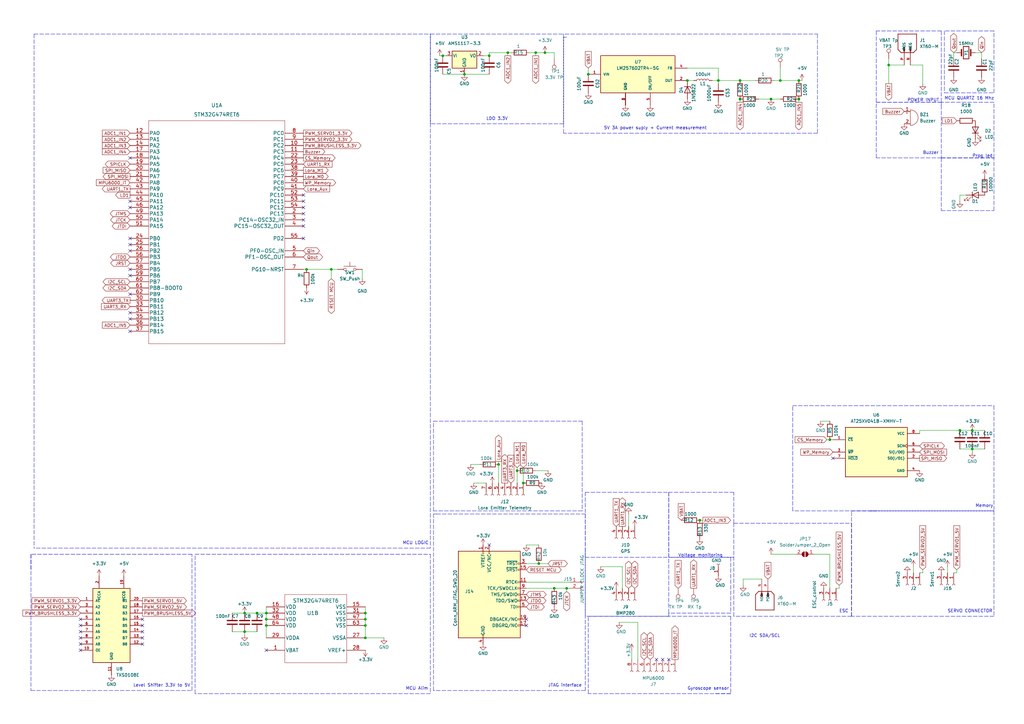
<source format=kicad_sch>
(kicad_sch (version 20211123) (generator eeschema)
  (paper "A3")
  (lib_symbols
    (symbol "Connector:Conn_01x01_Female" (pin_names (offset 1.016) hide)
      (property "Reference" "J" (at 0 2.54 0))
      (property "Value" "Conn_01x01_Female" (at 0 -2.54 0))
      (symbol "Conn_01x01_Female_1_1"
        (pin passive line (at -5.08 0 0) (length 3.81) (name "Pin_1") (number "1"))
      )
    )
    (symbol "Connector:Conn_01x02_Female" (pin_names (offset 1.016) hide)
      (property "Reference" "J" (at 0 2.54 0))
      (property "Value" "Conn_01x02_Female" (at 0 -5.08 0))
      (symbol "Conn_01x02_Female_1_1"
        (pin passive line (at -5.08 0 0) (length 3.81) (name "Pin_1") (number "1"))
        (pin passive line (at -5.08 -2.54 0) (length 3.81) (name "Pin_2") (number "2"))
      )
    )
    (symbol "Connector:Conn_01x03_Female" (pin_names (offset 1.016) hide)
      (property "Reference" "J" (at 0 5.08 0))
      (property "Value" "Conn_01x03_Female" (at 0 -5.08 0))
      (symbol "Conn_01x03_Female_1_1"
        (pin passive line (at -5.08 2.54 0) (length 3.81) (name "Pin_1") (number "1"))
        (pin passive line (at -5.08 0 0) (length 3.81) (name "Pin_2") (number "2"))
        (pin passive line (at -5.08 -2.54 0) (length 3.81) (name "Pin_3") (number "3"))
      )
    )
    (symbol "Connector:Conn_01x04_Female" (pin_names (offset 1.016) hide)
      (property "Reference" "J" (at 0 5.08 0))
      (property "Value" "Conn_01x04_Female" (at 0 -7.62 0))
      (symbol "Conn_01x04_Female_1_1"
        (pin passive line (at -5.08 2.54 0) (length 3.81) (name "Pin_1") (number "1"))
        (pin passive line (at -5.08 0 0) (length 3.81) (name "Pin_2") (number "2"))
        (pin passive line (at -5.08 -2.54 0) (length 3.81) (name "Pin_3") (number "3"))
        (pin passive line (at -5.08 -5.08 0) (length 3.81) (name "Pin_4") (number "4"))
      )
    )
    (symbol "Connector:Conn_01x07_Female" (pin_names (offset 1.016) hide)
      (property "Reference" "J" (at 0 10.16 0))
      (property "Value" "Conn_01x07_Female" (at 0 -10.16 0))
      (symbol "Conn_01x07_Female_1_1"
        (pin passive line (at -5.08 7.62 0) (length 3.81) (name "Pin_1") (number "1"))
        (pin passive line (at -5.08 5.08 0) (length 3.81) (name "Pin_2") (number "2"))
        (pin passive line (at -5.08 2.54 0) (length 3.81) (name "Pin_3") (number "3"))
        (pin passive line (at -5.08 0 0) (length 3.81) (name "Pin_4") (number "4"))
        (pin passive line (at -5.08 -2.54 0) (length 3.81) (name "Pin_5") (number "5"))
        (pin passive line (at -5.08 -5.08 0) (length 3.81) (name "Pin_6") (number "6"))
        (pin passive line (at -5.08 -7.62 0) (length 3.81) (name "Pin_7") (number "7"))
      )
    )
    (symbol "Connector:Conn_01x08_Female" (pin_names (offset 1.016) hide)
      (property "Reference" "J" (at 0 10.16 0))
      (property "Value" "Conn_01x08_Female" (at 0 -12.7 0))
      (symbol "Conn_01x08_Female_1_1"
        (pin passive line (at -5.08 7.62 0) (length 3.81) (name "Pin_1") (number "1"))
        (pin passive line (at -5.08 5.08 0) (length 3.81) (name "Pin_2") (number "2"))
        (pin passive line (at -5.08 2.54 0) (length 3.81) (name "Pin_3") (number "3"))
        (pin passive line (at -5.08 0 0) (length 3.81) (name "Pin_4") (number "4"))
        (pin passive line (at -5.08 -2.54 0) (length 3.81) (name "Pin_5") (number "5"))
        (pin passive line (at -5.08 -5.08 0) (length 3.81) (name "Pin_6") (number "6"))
        (pin passive line (at -5.08 -7.62 0) (length 3.81) (name "Pin_7") (number "7"))
        (pin passive line (at -5.08 -10.16 0) (length 3.81) (name "Pin_8") (number "8"))
      )
    )
    (symbol "Connector:Conn_ARM_JTAG_SWD_20" (pin_names (offset 1.016))
      (property "Reference" "J" (at -5.08 21.59 0))
      (property "Value" "Conn_ARM_JTAG_SWD_20" (at -5.08 19.05 0))
      (symbol "Conn_ARM_JTAG_SWD_20_1_1"
        (pin power_in line (at -2.54 20.32 270) (length 2.54) (name "VTREF") (number "1"))
        (pin passive line (at -2.54 -20.32 90) (length 2.54) hide (name "GND") (number "10"))
        (pin input line (at 15.24 5.08 180) (length 2.54) (name "RTCK") (number "11"))
        (pin passive line (at -2.54 -20.32 90) (length 2.54) hide (name "GND") (number "12"))
        (pin input line (at 15.24 -2.54 180) (length 2.54) (name "TDO/SWO") (number "13"))
        (pin passive line (at -2.54 -20.32 90) (length 2.54) hide (name "GND") (number "14"))
        (pin bidirectional line (at 15.24 10.16 180) (length 2.54) (name "~{SRST}") (number "15"))
        (pin passive line (at -2.54 -20.32 90) (length 2.54) hide (name "GND") (number "16"))
        (pin output line (at 15.24 -12.7 180) (length 2.54) (name "DBGRQ/NC") (number "17"))
        (pin passive line (at -2.54 -20.32 90) (length 2.54) hide (name "GND") (number "18"))
        (pin input line (at 15.24 -10.16 180) (length 2.54) (name "DBGACK/NC") (number "19"))
        (pin power_in line (at 0 20.32 270) (length 2.54) (name "VCC/NC") (number "2"))
        (pin passive line (at -2.54 -20.32 90) (length 2.54) hide (name "GND") (number "20"))
        (pin output line (at 15.24 12.7 180) (length 2.54) (name "~{TRST}") (number "3"))
        (pin power_in line (at -2.54 -20.32 90) (length 2.54) (name "GND") (number "4"))
        (pin output line (at 15.24 -5.08 180) (length 2.54) (name "TDI") (number "5"))
        (pin passive line (at -2.54 -20.32 90) (length 2.54) hide (name "GND") (number "6"))
        (pin output line (at 15.24 0 180) (length 2.54) (name "TMS/SWDIO") (number "7"))
        (pin passive line (at -2.54 -20.32 90) (length 2.54) hide (name "GND") (number "8"))
        (pin output line (at 15.24 2.54 180) (length 2.54) (name "TCK/SWDCLK") (number "9"))
      )
    )
    (symbol "Connector:TestPoint" (pin_numbers hide) (pin_names (offset 0.762) hide)
      (property "Reference" "TP" (at 0 6.858 0))
      (property "Value" "TestPoint" (at 0 5.08 0))
      (symbol "TestPoint_1_1"
        (pin passive line (at 0 0 90) (length 2.54) (name "1") (number "1"))
      )
    )
    (symbol "Device:Buzzer" (pin_names (offset 0.0254) hide)
      (property "Reference" "BZ" (at 3.81 1.27 0))
      (property "Value" "Buzzer" (at 3.81 -1.27 0))
      (symbol "Buzzer_1_1"
        (pin passive line (at -2.54 2.54 0) (length 2.54) (name "-") (number "1"))
        (pin passive line (at -2.54 -2.54 0) (length 2.54) (name "+") (number "2"))
      )
    )
    (symbol "Device:C" (pin_numbers hide) (pin_names (offset 0.254))
      (property "Reference" "C" (at 0.635 2.54 0))
      (property "Value" "C" (at 0.635 -2.54 0))
      (symbol "C_1_1"
        (pin passive line (at 0 3.81 270) (length 2.794) (name "~") (number "1"))
        (pin passive line (at 0 -3.81 90) (length 2.794) (name "~") (number "2"))
      )
    )
    (symbol "Device:Crystal" (pin_numbers hide) (pin_names (offset 1.016) hide)
      (property "Reference" "Y" (at 0 3.81 0))
      (property "Value" "Crystal" (at 0 -3.81 0))
      (symbol "Crystal_1_1"
        (pin passive line (at -3.81 0 0) (length 1.27) (name "1") (number "1"))
        (pin passive line (at 3.81 0 180) (length 1.27) (name "2") (number "2"))
      )
    )
    (symbol "Device:D_Zener" (pin_numbers hide) (pin_names (offset 1.016) hide)
      (property "Reference" "D" (at 0 2.54 0))
      (property "Value" "D_Zener" (at 0 -2.54 0))
      (symbol "D_Zener_1_1"
        (pin passive line (at -3.81 0 0) (length 2.54) (name "K") (number "1"))
        (pin passive line (at 3.81 0 180) (length 2.54) (name "A") (number "2"))
      )
    )
    (symbol "Device:L" (pin_numbers hide) (pin_names (offset 1.016) hide)
      (property "Reference" "L" (at -1.27 0 90))
      (property "Value" "L" (at 1.905 0 90))
      (symbol "L_1_1"
        (pin passive line (at 0 3.81 270) (length 1.27) (name "1") (number "1"))
        (pin passive line (at 0 -3.81 90) (length 1.27) (name "2") (number "2"))
      )
    )
    (symbol "Device:LED" (pin_numbers hide) (pin_names (offset 1.016) hide)
      (property "Reference" "D" (at 0 2.54 0))
      (property "Value" "LED" (at 0 -2.54 0))
      (symbol "LED_1_1"
        (pin passive line (at -3.81 0 0) (length 2.54) (name "K") (number "1"))
        (pin passive line (at 3.81 0 180) (length 2.54) (name "A") (number "2"))
      )
    )
    (symbol "Device:R" (pin_numbers hide) (pin_names (offset 0))
      (property "Reference" "R" (at 2.032 0 90))
      (property "Value" "R" (at 0 0 90))
      (symbol "R_1_1"
        (pin passive line (at 0 3.81 270) (length 1.27) (name "~") (number "1"))
        (pin passive line (at 0 -3.81 90) (length 1.27) (name "~") (number "2"))
      )
    )
    (symbol "Jumper:SolderJumper_2_Open" (pin_names (offset 0) hide)
      (property "Reference" "JP" (at 0 2.032 0))
      (property "Value" "SolderJumper_2_Open" (at 0 -2.54 0))
      (symbol "SolderJumper_2_Open_1_1"
        (pin passive line (at -3.81 0 0) (length 2.54) (name "A") (number "1"))
        (pin passive line (at 3.81 0 180) (length 2.54) (name "B") (number "2"))
      )
    )
    (symbol "LibPerso:AT25XV041B-XMHV-T" (pin_names (offset 1.016))
      (property "Reference" "U" (at -12.7 11.43 0))
      (property "Value" "AT25XV041B-XMHV-T" (at -12.7 -12.7 0))
      (symbol "AT25XV041B-XMHV-T_0_0"
        (pin input line (at -17.78 5.08 0) (length 5.08) (name "~{CS}") (number "1"))
        (pin bidirectional line (at 17.78 -2.54 180) (length 5.08) (name "SO(I/O1)") (number "2"))
        (pin input line (at -17.78 0 0) (length 5.08) (name "~{WP}") (number "3"))
        (pin power_in line (at 17.78 -7.62 180) (length 5.08) (name "GND") (number "4"))
        (pin bidirectional line (at 17.78 0 180) (length 5.08) (name "SI(I/O0)") (number "5"))
        (pin input clock (at 17.78 2.54 180) (length 5.08) (name "SCK") (number "6"))
        (pin input line (at -17.78 -2.54 0) (length 5.08) (name "~{HOLD}") (number "7"))
        (pin power_in line (at 17.78 7.62 180) (length 5.08) (name "VCC") (number "8"))
      )
    )
    (symbol "LibPerso:LM2576D2TR4-5G" (pin_names (offset 1.016))
      (property "Reference" "U" (at -2.54 -3.81 0))
      (property "Value" "LM2576D2TR4-5G" (at -7.62 3.81 0))
      (symbol "LM2576D2TR4-5G_0_0"
        (pin input line (at -20.32 0 0) (length 5.08) (name "VIN") (number "1"))
        (pin output line (at 20.32 -2.54 180) (length 5.08) (name "OUT") (number "2"))
        (pin passive line (at -5.08 -12.7 90) (length 5.08) (name "GND") (number "3"))
        (pin output line (at 20.32 2.54 180) (length 5.08) (name "FB") (number "4"))
        (pin input line (at 5.08 -12.7 90) (length 5.08) (name "ON/OFF") (number "5"))
        (pin passive line (at -5.08 -12.7 90) (length 5.08) (name "GND") (number "6"))
      )
    )
    (symbol "LibPerso:STM32G474RET6" (pin_names (offset 0.254))
      (property "Reference" "U" (at 35.56 10.16 0))
      (property "Value" "STM32G474RET6" (at 35.56 7.62 0))
      (symbol "STM32G474RET6_1_1"
        (pin bidirectional line (at 71.12 -5.08 180) (length 7.62) (name "PC2") (number "10"))
        (pin bidirectional line (at 71.12 -7.62 180) (length 7.62) (name "PC3") (number "11"))
        (pin bidirectional line (at 0 0 0) (length 7.62) (name "PA0") (number "12"))
        (pin bidirectional line (at 0 -2.54 0) (length 7.62) (name "PA1") (number "13"))
        (pin bidirectional line (at 0 -5.08 0) (length 7.62) (name "PA2") (number "14"))
        (pin bidirectional line (at 0 -7.62 0) (length 7.62) (name "PA3") (number "17"))
        (pin bidirectional line (at 0 -10.16 0) (length 7.62) (name "PA4") (number "18"))
        (pin bidirectional line (at 0 -12.7 0) (length 7.62) (name "PA5") (number "19"))
        (pin bidirectional line (at 71.12 -33.02 180) (length 7.62) (name "PC13") (number "2"))
        (pin bidirectional line (at 0 -15.24 0) (length 7.62) (name "PA6") (number "20"))
        (pin bidirectional line (at 0 -17.78 0) (length 7.62) (name "PA7") (number "21"))
        (pin bidirectional line (at 71.12 -10.16 180) (length 7.62) (name "PC4") (number "22"))
        (pin bidirectional line (at 71.12 -12.7 180) (length 7.62) (name "PC5") (number "23"))
        (pin bidirectional line (at 0 -43.18 0) (length 7.62) (name "PB0") (number "24"))
        (pin bidirectional line (at 0 -45.72 0) (length 7.62) (name "PB1") (number "25"))
        (pin bidirectional line (at 0 -48.26 0) (length 7.62) (name "PB2") (number "26"))
        (pin bidirectional line (at 71.12 -35.56 180) (length 7.62) (name "PC14-OSC32_IN") (number "3"))
        (pin bidirectional line (at 0 -68.58 0) (length 7.62) (name "PB10") (number "30"))
        (pin bidirectional line (at 0 -71.12 0) (length 7.62) (name "PB11") (number "33"))
        (pin bidirectional line (at 0 -73.66 0) (length 7.62) (name "PB12") (number "34"))
        (pin bidirectional line (at 0 -76.2 0) (length 7.62) (name "PB13") (number "35"))
        (pin bidirectional line (at 0 -78.74 0) (length 7.62) (name "PB14") (number "36"))
        (pin bidirectional line (at 0 -81.28 0) (length 7.62) (name "PB15") (number "37"))
        (pin bidirectional line (at 71.12 -15.24 180) (length 7.62) (name "PC6") (number "38"))
        (pin bidirectional line (at 71.12 -17.78 180) (length 7.62) (name "PC7") (number "39"))
        (pin bidirectional line (at 71.12 -38.1 180) (length 7.62) (name "PC15-OSC32_OUT") (number "4"))
        (pin bidirectional line (at 71.12 -20.32 180) (length 7.62) (name "PC8") (number "40"))
        (pin bidirectional line (at 71.12 -22.86 180) (length 7.62) (name "PC9") (number "41"))
        (pin bidirectional line (at 0 -20.32 0) (length 7.62) (name "PA8") (number "42"))
        (pin bidirectional line (at 0 -22.86 0) (length 7.62) (name "PA9") (number "43"))
        (pin bidirectional line (at 0 -25.4 0) (length 7.62) (name "PA10") (number "44"))
        (pin bidirectional line (at 0 -27.94 0) (length 7.62) (name "PA11") (number "45"))
        (pin bidirectional line (at 0 -30.48 0) (length 7.62) (name "PA12") (number "46"))
        (pin bidirectional line (at 0 -33.02 0) (length 7.62) (name "PA13") (number "49"))
        (pin bidirectional line (at 71.12 -48.26 180) (length 7.62) (name "PF0-OSC_IN") (number "5"))
        (pin bidirectional line (at 0 -35.56 0) (length 7.62) (name "PA14") (number "50"))
        (pin bidirectional line (at 0 -38.1 0) (length 7.62) (name "PA15") (number "51"))
        (pin bidirectional line (at 71.12 -25.4 180) (length 7.62) (name "PC10") (number "52"))
        (pin bidirectional line (at 71.12 -27.94 180) (length 7.62) (name "PC11") (number "53"))
        (pin bidirectional line (at 71.12 -30.48 180) (length 7.62) (name "PC12") (number "54"))
        (pin bidirectional line (at 71.12 -43.18 180) (length 7.62) (name "PD2") (number "55"))
        (pin bidirectional line (at 0 -50.8 0) (length 7.62) (name "PB3") (number "56"))
        (pin bidirectional line (at 0 -53.34 0) (length 7.62) (name "PB4") (number "57"))
        (pin bidirectional line (at 0 -55.88 0) (length 7.62) (name "PB5") (number "58"))
        (pin bidirectional line (at 0 -58.42 0) (length 7.62) (name "PB6") (number "59"))
        (pin bidirectional line (at 71.12 -50.8 180) (length 7.62) (name "PF1-OSC_OUT") (number "6"))
        (pin bidirectional line (at 0 -60.96 0) (length 7.62) (name "PB7") (number "60"))
        (pin bidirectional line (at 0 -63.5 0) (length 7.62) (name "PB8-BOOT0") (number "61"))
        (pin bidirectional line (at 0 -66.04 0) (length 7.62) (name "PB9") (number "62"))
        (pin bidirectional line (at 71.12 -55.88 180) (length 7.62) (name "PG10-NRST") (number "7"))
        (pin bidirectional line (at 71.12 0 180) (length 7.62) (name "PC0") (number "8"))
        (pin bidirectional line (at 71.12 -2.54 180) (length 7.62) (name "PC1") (number "9"))
      )
      (symbol "STM32G474RET6_2_1"
        (pin power_in line (at 0 -17.78 0) (length 7.62) (name "VBAT") (number "1"))
        (pin power_in line (at 40.64 0 180) (length 7.62) (name "VSS") (number "15"))
        (pin power_in line (at 0 0 0) (length 7.62) (name "VDD") (number "16"))
        (pin power_in line (at 40.64 -12.7 180) (length 7.62) (name "VSSA") (number "27"))
        (pin power_in line (at 40.64 -17.78 180) (length 7.62) (name "VREF+") (number "28"))
        (pin power_in line (at 0 -12.7 0) (length 7.62) (name "VDDA") (number "29"))
        (pin power_in line (at 40.64 -2.54 180) (length 7.62) (name "VSS") (number "31"))
        (pin power_in line (at 0 -2.54 0) (length 7.62) (name "VDD") (number "32"))
        (pin power_in line (at 40.64 -5.08 180) (length 7.62) (name "VSS") (number "47"))
        (pin power_in line (at 0 -5.08 0) (length 7.62) (name "VDD") (number "48"))
        (pin power_in line (at 40.64 -7.62 180) (length 7.62) (name "VSS") (number "63"))
        (pin power_in line (at 0 -7.62 0) (length 7.62) (name "VDD") (number "64"))
      )
    )
    (symbol "LibPerso:TXS0108E" (pin_names (offset 1.016))
      (property "Reference" "U" (at 0 0 0))
      (property "Value" "TXS0108E" (at 0 0 0))
      (symbol "TXS0108E_0_0"
        (pin bidirectional line (at -12.7 12.7 0) (length 5.08) (name "A1") (number "1"))
        (pin bidirectional line (at -12.7 -7.62 0) (length 5.08) (name "OE") (number "10"))
        (pin bidirectional line (at 0 -17.78 90) (length 5.08) (name "GND") (number "11"))
        (pin bidirectional line (at 12.7 -5.08 180) (length 5.08) (name "B8") (number "12"))
        (pin bidirectional line (at 12.7 -2.54 180) (length 5.08) (name "B7") (number "13"))
        (pin bidirectional line (at 12.7 0 180) (length 5.08) (name "B6") (number "14"))
        (pin bidirectional line (at 12.7 2.54 180) (length 5.08) (name "B5") (number "15"))
        (pin bidirectional line (at 12.7 5.08 180) (length 5.08) (name "B4") (number "16"))
        (pin bidirectional line (at 12.7 7.62 180) (length 5.08) (name "B3") (number "17"))
        (pin bidirectional line (at 12.7 10.16 180) (length 5.08) (name "B2") (number "18"))
        (pin bidirectional line (at 5.08 22.86 270) (length 5.08) (name "VCCB") (number "19"))
        (pin bidirectional line (at -5.08 22.86 270) (length 5.08) (name "VCCA") (number "2"))
        (pin bidirectional line (at 12.7 12.7 180) (length 5.08) (name "B1") (number "20"))
        (pin bidirectional line (at -12.7 10.16 0) (length 5.08) (name "A2") (number "3"))
        (pin bidirectional line (at -12.7 7.62 0) (length 5.08) (name "A3") (number "4"))
        (pin bidirectional line (at -12.7 5.08 0) (length 5.08) (name "A4") (number "5"))
        (pin bidirectional line (at -12.7 2.54 0) (length 5.08) (name "A5") (number "6"))
        (pin bidirectional line (at -12.7 0 0) (length 5.08) (name "A6") (number "7"))
        (pin bidirectional line (at -12.7 -2.54 0) (length 5.08) (name "A7") (number "8"))
        (pin bidirectional line (at -12.7 -5.08 0) (length 5.08) (name "A8") (number "9"))
      )
    )
    (symbol "LibPerso:XT60-M" (pin_names (offset 1.016))
      (property "Reference" "J" (at 0 6.35 0))
      (property "Value" "XT60-M" (at 0 -5.08 0))
      (symbol "XT60-M_0_0"
        (pin passive line (at -5.08 0 0) (length 5.08) (name "NEG") (number "N"))
        (pin passive line (at -5.08 2.54 0) (length 5.08) (name "POS") (number "P"))
      )
    )
    (symbol "Regulator_Linear:AMS1117-3.3" (pin_names (offset 0.254))
      (property "Reference" "U" (at -3.81 3.175 0))
      (property "Value" "AMS1117-3.3" (at 0 3.175 0))
      (symbol "AMS1117-3.3_1_1"
        (pin power_in line (at 0 -7.62 90) (length 2.54) (name "GND") (number "1"))
        (pin power_out line (at 7.62 0 180) (length 2.54) (name "VO") (number "2"))
        (pin power_in line (at -7.62 0 0) (length 2.54) (name "VI") (number "3"))
      )
    )
    (symbol "Switch:SW_Push" (pin_numbers hide) (pin_names (offset 1.016) hide)
      (property "Reference" "SW" (at 1.27 2.54 0))
      (property "Value" "SW_Push" (at 0 -1.524 0))
      (symbol "SW_Push_0_1"
        (pin passive line (at -5.08 0 0) (length 2.54) (name "1") (number "1"))
        (pin passive line (at 5.08 0 180) (length 2.54) (name "2") (number "2"))
      )
    )
    (symbol "power:+3.3V" (power) (pin_names (offset 0))
      (property "Value" "+3.3V" (at 0 3.556 0))
      (symbol "+3.3V_1_1"
        (pin power_in line (at 0 0 90) (length 0) hide (name "+3.3V") (number "1"))
      )
    )
    (symbol "power:+5V" (power) (pin_names (offset 0))
      (property "Value" "+5V" (at 0 3.556 0))
      (symbol "+5V_1_1"
        (pin power_in line (at 0 0 90) (length 0) hide (name "+5V") (number "1"))
      )
    )
    (symbol "power:GND" (power) (pin_names (offset 0))
      (property "Value" "GND" (at 0 -3.81 0))
      (symbol "GND_1_1"
        (pin power_in line (at 0 0 270) (length 0) hide (name "GND") (number "1"))
      )
    )
  )
  (junction (at 223.52 21.59))
  (junction (at 135.89 110.49))
  (junction (at 181.61 22.86))
  (junction (at 393.7 176.53))
  (junction (at 109.22 251.46))
  (junction (at 320.04 33.02))
  (junction (at 281.94 33.02))
  (junction (at 190.5 30.48))
  (junction (at 219.71 21.59))
  (junction (at 303.53 40.64))
  (junction (at 232.41 241.3))
  (junction (at 294.64 33.02))
  (junction (at 200.66 22.86))
  (junction (at 204.47 190.5))
  (junction (at 316.23 40.64))
  (junction (at 364.49 26.67))
  (junction (at 109.22 254))
  (junction (at 340.36 180.34))
  (junction (at 105.41 251.46))
  (junction (at 149.86 256.54))
  (junction (at 398.78 176.53))
  (junction (at 327.66 40.64))
  (junction (at 100.33 251.46))
  (junction (at 303.53 33.02))
  (junction (at 149.86 251.46))
  (junction (at 287.02 213.36))
  (junction (at 220.98 231.14))
  (junction (at 398.78 184.15))
  (junction (at 149.86 254))
  (junction (at 100.33 259.08))
  (junction (at 125.73 110.49))
  (junction (at 149.86 261.62))
  (junction (at 212.09 193.04))
  (junction (at 227.33 241.3))
  (junction (at 327.66 33.02))
  (junction (at 241.3 30.48))
  (junction (at 214.63 198.12))
  (junction (at 208.28 21.59))
  (junction (at 109.22 256.54))
  (no_connect (at 269.24 270.51))
  (no_connect (at 58.42 254))
  (no_connect (at 53.34 113.03))
  (no_connect (at 124.46 82.55))
  (no_connect (at 271.78 270.51))
  (no_connect (at 124.46 90.17))
  (no_connect (at 53.34 85.09))
  (no_connect (at 53.34 128.27))
  (no_connect (at 33.02 254))
  (no_connect (at 200.66 223.52))
  (no_connect (at 53.34 97.79))
  (no_connect (at 53.34 102.87))
  (no_connect (at 53.34 100.33))
  (no_connect (at 33.02 264.16))
  (no_connect (at 215.9 254))
  (no_connect (at 53.34 130.81))
  (no_connect (at 53.34 120.65))
  (no_connect (at 33.02 256.54))
  (no_connect (at 53.34 82.55))
  (no_connect (at 53.34 110.49))
  (no_connect (at 33.02 259.08))
  (no_connect (at 33.02 266.7))
  (no_connect (at 53.34 64.77))
  (no_connect (at 274.32 270.51))
  (no_connect (at 33.02 261.62))
  (no_connect (at 124.46 97.79))
  (no_connect (at 124.46 80.01))
  (no_connect (at 124.46 87.63))
  (no_connect (at 58.42 264.16))
  (no_connect (at 58.42 261.62))
  (no_connect (at 109.22 266.7))
  (no_connect (at 215.9 256.54))
  (no_connect (at 58.42 256.54))
  (no_connect (at 124.46 92.71))
  (no_connect (at 124.46 85.09))
  (no_connect (at 341.63 187.96))
  (no_connect (at 58.42 259.08))
  (no_connect (at 53.34 135.89))
  (wire (pts (xy 220.98 231.14) (xy 224.79 231.14)))
  (polyline (pts (xy 238.76 209.55) (xy 177.8 209.55)))
  (wire (pts (xy 100.33 259.08) (xy 100.33 260.35)))
  (wire (pts (xy 398.78 184.15) (xy 398.78 185.42)))
  (wire (pts (xy 257.81 210.82) (xy 257.81 215.9)))
  (polyline (pts (xy 176.53 224.79) (xy 13.97 224.79)))
  (polyline (pts (xy 300.99 252.73) (xy 300.99 214.63)))
  (wire (pts (xy 208.28 21.59) (xy 200.66 21.59)))
  (wire (pts (xy 340.36 227.33) (xy 340.36 241.3)))
  (wire (pts (xy 340.36 180.34) (xy 341.63 180.34)))
  (polyline (pts (xy 176.53 13.97) (xy 231.14 13.97)))
  (polyline (pts (xy 238.76 172.72) (xy 238.76 209.55)))
  (polyline (pts (xy 80.01 284.48) (xy 80.01 227.33)))
  (wire (pts (xy 198.12 22.86) (xy 200.66 22.86)))
  (polyline (pts (xy 386.08 64.77) (xy 386.08 86.36)))
  (polyline (pts (xy 359.41 12.7) (xy 359.41 41.91)))
  (wire (pts (xy 311.15 40.64) (xy 316.23 40.64)))
  (wire (pts (xy 190.5 30.48) (xy 200.66 30.48)))
  (polyline (pts (xy 349.25 214.63) (xy 349.25 252.73)))
  (polyline (pts (xy 78.74 283.21) (xy 78.74 227.33)))
  (wire (pts (xy 391.16 234.95) (xy 392.43 234.95)))
  (wire (pts (xy 392.43 234.95) (xy 392.43 233.68)))
  (wire (pts (xy 373.38 26.67) (xy 378.46 26.67)))
  (wire (pts (xy 148.59 110.49) (xy 148.59 114.3)))
  (wire (pts (xy 364.49 24.13) (xy 364.49 26.67)))
  (wire (pts (xy 194.31 198.12) (xy 199.39 198.12)))
  (polyline (pts (xy 386.08 86.36) (xy 407.67 86.36)))
  (wire (pts (xy 254 255.27) (xy 261.62 255.27)))
  (wire (pts (xy 109.22 248.92) (xy 109.22 251.46)))
  (polyline (pts (xy 299.72 228.6) (xy 299.72 251.46)))
  (polyline (pts (xy 274.32 201.93) (xy 274.32 228.6)))
  (wire (pts (xy 292.1 33.02) (xy 294.64 33.02)))
  (polyline (pts (xy 386.08 64.77) (xy 407.67 64.77)))
  (wire (pts (xy 232.41 241.3) (xy 233.68 241.3)))
  (polyline (pts (xy 241.3 284.48) (xy 241.3 252.73)))
  (wire (pts (xy 181.61 30.48) (xy 190.5 30.48)))
  (polyline (pts (xy 386.08 64.77) (xy 359.41 64.77)))
  (polyline (pts (xy 176.53 227.33) (xy 176.53 284.48)))
  (wire (pts (xy 149.86 254) (xy 149.86 256.54)))
  (wire (pts (xy 109.22 251.46) (xy 109.22 254)))
  (wire (pts (xy 303.53 40.64) (xy 303.53 41.91)))
  (wire (pts (xy 378.46 234.95) (xy 378.46 233.68)))
  (polyline (pts (xy 359.41 64.77) (xy 359.41 41.91)))
  (wire (pts (xy 393.7 176.53) (xy 398.78 176.53)))
  (wire (pts (xy 193.04 190.5) (xy 196.85 190.5)))
  (wire (pts (xy 316.23 227.33) (xy 326.39 227.33)))
  (polyline (pts (xy 386.08 41.91) (xy 386.08 43.18)))
  (wire (pts (xy 294.64 33.02) (xy 303.53 33.02)))
  (polyline (pts (xy 407.67 86.36) (xy 407.67 64.77)))
  (wire (pts (xy 398.78 176.53) (xy 403.86 176.53)))
  (polyline (pts (xy 335.28 13.97) (xy 335.28 54.61)))
  (polyline (pts (xy 299.72 284.48) (xy 241.3 284.48)))
  (wire (pts (xy 339.09 180.34) (xy 340.36 180.34)))
  (polyline (pts (xy 299.72 251.46) (xy 274.32 251.46)))
  (polyline (pts (xy 240.03 283.21) (xy 177.8 283.21)))
  (wire (pts (xy 261.62 255.27) (xy 261.62 270.51)))
  (polyline (pts (xy 177.8 209.55) (xy 177.8 172.72)))
  (polyline (pts (xy 359.41 41.91) (xy 386.08 41.91)))
  (wire (pts (xy 393.7 184.15) (xy 398.78 184.15)))
  (polyline (pts (xy 12.7 283.21) (xy 78.74 283.21)))
  (wire (pts (xy 215.9 241.3) (xy 227.33 241.3)))
  (wire (pts (xy 287.02 213.36) (xy 288.29 213.36)))
  (polyline (pts (xy 299.72 228.6) (xy 274.32 228.6)))
  (wire (pts (xy 180.34 22.86) (xy 181.61 22.86)))
  (polyline (pts (xy 78.74 227.33) (xy 12.7 227.33)))
  (wire (pts (xy 181.61 22.86) (xy 182.88 22.86)))
  (polyline (pts (xy 386.08 43.18) (xy 386.08 64.77)))
  (wire (pts (xy 125.73 110.49) (xy 135.89 110.49)))
  (polyline (pts (xy 407.67 209.55) (xy 325.12 209.55)))
  (wire (pts (xy 208.28 21.59) (xy 208.28 22.86)))
  (wire (pts (xy 402.59 21.59) (xy 402.59 24.13)))
  (wire (pts (xy 392.43 21.59) (xy 391.16 21.59)))
  (wire (pts (xy 149.86 248.92) (xy 149.86 251.46)))
  (polyline (pts (xy 349.25 252.73) (xy 349.25 209.55)))
  (wire (pts (xy 378.46 26.67) (xy 378.46 34.29)))
  (polyline (pts (xy 231.14 15.24) (xy 231.14 50.8)))
  (wire (pts (xy 377.19 234.95) (xy 378.46 234.95)))
  (polyline (pts (xy 407.67 12.7) (xy 387.35 12.7)))
  (wire (pts (xy 327.66 40.64) (xy 327.66 41.91)))
  (polyline (pts (xy 299.72 284.48) (xy 293.37 284.48)))
  (polyline (pts (xy 322.58 13.97) (xy 335.28 13.97)))
  (polyline (pts (xy 177.8 172.72) (xy 238.76 172.72)))
  (wire (pts (xy 100.33 251.46) (xy 105.41 251.46)))
  (wire (pts (xy 396.24 80.01) (xy 393.7 80.01)))
  (wire (pts (xy 124.46 110.49) (xy 125.73 110.49)))
  (polyline (pts (xy 349.25 209.55) (xy 359.41 209.55)))
  (wire (pts (xy 336.55 172.72) (xy 340.36 172.72)))
  (polyline (pts (xy 386.08 64.77) (xy 407.67 64.77)))
  (polyline (pts (xy 349.25 252.73) (xy 300.99 252.73)))
  (wire (pts (xy 344.17 240.03) (xy 344.17 241.3)))
  (polyline (pts (xy 176.53 13.97) (xy 176.53 224.79)))
  (polyline (pts (xy 240.03 201.93) (xy 274.32 201.93)))
  (wire (pts (xy 149.86 251.46) (xy 149.86 254)))
  (polyline (pts (xy 13.97 13.97) (xy 176.53 13.97)))
  (wire (pts (xy 109.22 254) (xy 109.22 256.54)))
  (wire (pts (xy 149.86 261.62) (xy 157.48 261.62)))
  (polyline (pts (xy 240.03 210.82) (xy 240.03 283.21)))
  (polyline (pts (xy 386.08 12.7) (xy 386.08 41.91)))
  (polyline (pts (xy 274.32 251.46) (xy 274.32 252.73)))
  (wire (pts (xy 400.05 21.59) (xy 402.59 21.59)))
  (wire (pts (xy 241.3 27.94) (xy 241.3 30.48)))
  (wire (pts (xy 388.62 232.41) (xy 388.62 234.95)))
  (wire (pts (xy 374.65 232.41) (xy 374.65 234.95)))
  (wire (pts (xy 95.25 251.46) (xy 100.33 251.46)))
  (polyline (pts (xy 325.12 209.55) (xy 325.12 166.37)))
  (wire (pts (xy 393.7 176.53) (xy 377.19 176.53)))
  (polyline (pts (xy 176.53 50.8) (xy 176.53 13.97)))
  (polyline (pts (xy 300.99 201.93) (xy 274.32 201.93)))
  (polyline (pts (xy 177.8 210.82) (xy 179.07 210.82)))
  (polyline (pts (xy 322.58 13.97) (xy 231.14 13.97)))
  (wire (pts (xy 294.64 27.94) (xy 294.64 33.02)))
  (wire (pts (xy 377.19 176.53) (xy 377.19 177.8)))
  (polyline (pts (xy 407.67 252.73) (xy 349.25 252.73)))
  (wire (pts (xy 281.94 33.02) (xy 284.48 33.02)))
  (polyline (pts (xy 179.07 210.82) (xy 240.03 210.82)))
  (wire (pts (xy 317.5 33.02) (xy 320.04 33.02)))
  (wire (pts (xy 227.33 241.3) (xy 232.41 241.3)))
  (polyline (pts (xy 300.99 214.63) (xy 300.99 201.93)))
  (wire (pts (xy 219.71 21.59) (xy 223.52 21.59)))
  (wire (pts (xy 212.09 191.77) (xy 212.09 193.04)))
  (wire (pts (xy 215.9 223.52) (xy 220.98 223.52)))
  (wire (pts (xy 344.17 241.3) (xy 342.9 241.3)))
  (polyline (pts (xy 240.03 252.73) (xy 240.03 224.79)))
  (wire (pts (xy 334.01 227.33) (xy 340.36 227.33)))
  (polyline (pts (xy 12.7 227.33) (xy 12.7 283.21)))
  (wire (pts (xy 109.22 256.54) (xy 109.22 261.62)))
  (wire (pts (xy 105.41 251.46) (xy 109.22 251.46)))
  (wire (pts (xy 327.66 33.02) (xy 328.93 33.02)))
  (wire (pts (xy 200.66 21.59) (xy 200.66 22.86)))
  (wire (pts (xy 259.08 266.7) (xy 259.08 270.51)))
  (wire (pts (xy 217.17 21.59) (xy 219.71 21.59)))
  (polyline (pts (xy 80.01 227.33) (xy 176.53 227.33)))
  (polyline (pts (xy 299.72 228.6) (xy 300.99 228.6)))
  (wire (pts (xy 320.04 27.94) (xy 320.04 33.02)))
  (polyline (pts (xy 13.97 13.97) (xy 13.97 224.79)))
  (polyline (pts (xy 299.72 252.73) (xy 299.72 284.48)))
  (polyline (pts (xy 274.32 228.6) (xy 299.72 228.6)))
  (wire (pts (xy 95.25 259.08) (xy 100.33 259.08)))
  (polyline (pts (xy 176.53 284.48) (xy 80.01 284.48)))
  (wire (pts (xy 312.42 237.49) (xy 304.8 237.49)))
  (polyline (pts (xy 335.28 54.61) (xy 231.14 54.61)))
  (wire (pts (xy 215.9 231.14) (xy 220.98 231.14)))
  (wire (pts (xy 223.52 21.59) (xy 227.33 21.59)))
  (wire (pts (xy 204.47 190.5) (xy 204.47 198.12)))
  (polyline (pts (xy 231.14 13.97) (xy 231.14 15.24)))
  (polyline (pts (xy 407.67 64.77) (xy 407.67 41.91)))
  (polyline (pts (xy 241.3 252.73) (xy 299.72 252.73)))
  (polyline (pts (xy 231.14 15.24) (xy 232.41 15.24)))
  (polyline (pts (xy 325.12 166.37) (xy 407.67 166.37)))
  (wire (pts (xy 316.23 40.64) (xy 320.04 40.64)))
  (wire (pts (xy 304.8 237.49) (xy 304.8 240.03)))
  (wire (pts (xy 219.71 21.59) (xy 219.71 22.86)))
  (polyline (pts (xy 356.87 209.55) (xy 407.67 209.55)))
  (wire (pts (xy 320.04 33.02) (xy 327.66 33.02)))
  (wire (pts (xy 214.63 191.77) (xy 214.63 198.12)))
  (polyline (pts (xy 12.7 227.33) (xy 12.7 233.68)))
  (polyline (pts (xy 407.67 209.55) (xy 407.67 252.73)))
  (polyline (pts (xy 177.8 283.21) (xy 177.8 210.82)))
  (wire (pts (xy 219.71 193.04) (xy 224.79 193.04)))
  (wire (pts (xy 212.09 193.04) (xy 212.09 198.12)))
  (polyline (pts (xy 274.32 252.73) (xy 240.03 252.73)))
  (polyline (pts (xy 386.08 12.7) (xy 359.41 12.7)))
  (wire (pts (xy 204.47 189.23) (xy 204.47 190.5)))
  (polyline (pts (xy 231.14 50.8) (xy 176.53 50.8)))
  (wire (pts (xy 391.16 21.59) (xy 391.16 24.13)))
  (polyline (pts (xy 240.03 228.6) (xy 274.32 228.6)))
  (wire (pts (xy 255.27 232.41) (xy 255.27 241.3)))
  (wire (pts (xy 149.86 256.54) (xy 149.86 261.62)))
  (wire (pts (xy 232.41 241.3) (xy 232.41 242.57)))
  (wire (pts (xy 364.49 26.67) (xy 364.49 34.29)))
  (polyline (pts (xy 407.67 41.91) (xy 386.08 41.91)))
  (wire (pts (xy 215.9 238.76) (xy 233.68 238.76)))
  (wire (pts (xy 303.53 33.02) (xy 309.88 33.02)))
  (polyline (pts (xy 274.32 228.6) (xy 274.32 201.93)))
  (polyline (pts (xy 407.67 38.1) (xy 407.67 12.7)))
  (wire (pts (xy 281.94 27.94) (xy 294.64 27.94)))
  (wire (pts (xy 227.33 21.59) (xy 227.33 24.13)))
  (wire (pts (xy 100.33 259.08) (xy 105.41 259.08)))
  (wire (pts (xy 209.55 21.59) (xy 208.28 21.59)))
  (polyline (pts (xy 387.35 38.1) (xy 407.67 38.1)))
  (polyline (pts (xy 387.35 12.7) (xy 387.35 38.1)))
  (polyline (pts (xy 359.41 41.91) (xy 386.08 41.91)))
  (wire (pts (xy 364.49 26.67) (xy 370.84 26.67)))
  (polyline (pts (xy 300.99 214.63) (xy 349.25 214.63)))
  (wire (pts (xy 398.78 184.15) (xy 403.86 184.15)))
  (polyline (pts (xy 407.67 166.37) (xy 407.67 209.55)))
  (wire (pts (xy 294.64 33.02) (xy 294.64 34.29)))
  (polyline (pts (xy 274.32 251.46) (xy 274.32 228.6)))
  (wire (pts (xy 135.89 110.49) (xy 138.43 110.49)))
  (polyline (pts (xy 231.14 54.61) (xy 231.14 15.24)))
  (wire (pts (xy 246.38 232.41) (xy 255.27 232.41)))
  (polyline (pts (xy 240.03 228.6) (xy 240.03 201.93)))
  (wire (pts (xy 135.89 110.49) (xy 135.89 114.3)))
  (wire (pts (xy 393.7 80.01) (xy 393.7 82.55)))
  (text "Prog led\n" (at 398.78 64.77 0) (effects (font (size 1.27 1.27)) (justify left bottom)))
  (text "MCU QUARTZ 16 Mhz\n\n" (at 387.35 43.18 0) (effects (font (size 1.27 1.27)) (justify left bottom)))
  (text "Level Shifter 3.3V to 5V\n" (at 54.61 281.94 0) (effects (font (size 1.27 1.27)) (justify left bottom)))
  (text "Buzzer\n" (at 378.46 63.5 0) (effects (font (size 1.27 1.27)) (justify left bottom)))
  (text "Voltage monitoring\n" (at 278.13 228.6 0) (effects (font (size 1.27 1.27)) (justify left bottom)))
  (text "JTAG interface\n" (at 224.79 281.94 0) (effects (font (size 1.27 1.27)) (justify left bottom)))
  (text "ESC\n" (at 344.17 251.46 0) (effects (font (size 1.27 1.27)) (justify left bottom)))
  (text "5V 3A power suply + Current measurement\n" (at 247.65 53.34 0) (effects (font (size 1.27 1.27)) (justify left bottom)))
  (text "Memory\n" (at 400.05 208.28 0) (effects (font (size 1.27 1.27)) (justify left bottom)))
  (text "SERVO CONNECTOR\n" (at 388.62 251.46 0) (effects (font (size 1.27 1.27)) (justify left bottom)))
  (text "MCU Alim\n" (at 166.37 283.21 0) (effects (font (size 1.27 1.27)) (justify left bottom)))
  (text "POWER INPUT\n" (at 372.11 41.91 0) (effects (font (size 1.27 1.27)) (justify left bottom)))
  (text "MCU LOGIC\n" (at 165.1 223.52 0) (effects (font (size 1.27 1.27)) (justify left bottom)))
  (text "Gyroscope sensor\n" (at 281.94 283.21 0) (effects (font (size 1.27 1.27)) (justify left bottom)))
  (text "I2C SDA/SCL \n" (at 307.34 261.62 0) (effects (font (size 1.27 1.27)) (justify left bottom)))
  (text "LDO 3.3V\n" (at 199.39 49.53 0) (effects (font (size 1.27 1.27)) (justify left bottom)))
  (global_label "SPICLK" (shape bidirectional) (at 53.34 67.31 180) (property "Intersheet References" "${INTERSHEET_REFS}" (effects hide)))
  (global_label "PWM_SERVO2_5V" (shape input) (at 378.46 233.68 90) (property "Intersheet References" "${INTERSHEET_REFS}" (effects hide)))
  (global_label "I2C_SCL" (shape bidirectional) (at 257.81 241.3 90) (property "Intersheet References" "${INTERSHEET_REFS}" (effects hide)))
  (global_label "MPU6000_IT" (shape input) (at 53.34 74.93 180) (property "Intersheet References" "${INTERSHEET_REFS}" (effects hide)))
  (global_label "Lora_M1" (shape input) (at 212.09 191.77 90) (property "Intersheet References" "${INTERSHEET_REFS}" (effects hide)))
  (global_label "ADC1_IN1" (shape output) (at 219.71 22.86 270) (property "Intersheet References" "${INTERSHEET_REFS}" (effects hide)))
  (global_label "JTCK" (shape bidirectional) (at 232.41 242.57 270) (property "Intersheet References" "${INTERSHEET_REFS}" (effects hide)))
  (global_label "Lora_Aux" (shape input) (at 124.46 77.47 0) (property "Intersheet References" "${INTERSHEET_REFS}" (effects hide)))
  (global_label "JTDO" (shape bidirectional) (at 215.9 246.38 0) (property "Intersheet References" "${INTERSHEET_REFS}" (effects hide)))
  (global_label "PWM_SERVO1_3.3V" (shape input) (at 33.02 246.38 180) (property "Intersheet References" "${INTERSHEET_REFS}" (effects hide)))
  (global_label "PWM_SERVO1_3.3V" (shape output) (at 124.46 54.61 0) (property "Intersheet References" "${INTERSHEET_REFS}" (effects hide)))
  (global_label "ADC1_IN4" (shape output) (at 303.53 41.91 270) (property "Intersheet References" "${INTERSHEET_REFS}" (effects hide)))
  (global_label "ADC1_IN4" (shape input) (at 53.34 62.23 180) (property "Intersheet References" "${INTERSHEET_REFS}" (effects hide)))
  (global_label "ADC1_IN3" (shape input) (at 53.34 59.69 180) (property "Intersheet References" "${INTERSHEET_REFS}" (effects hide)))
  (global_label "JTDI" (shape bidirectional) (at 215.9 248.92 0) (property "Intersheet References" "${INTERSHEET_REFS}" (effects hide)))
  (global_label "Qin" (shape bidirectional) (at 124.46 102.87 0) (property "Intersheet References" "${INTERSHEET_REFS}" (effects hide)))
  (global_label "JTDO" (shape bidirectional) (at 53.34 105.41 180) (property "Intersheet References" "${INTERSHEET_REFS}" (effects hide)))
  (global_label "ADC1_IN2" (shape output) (at 208.28 22.86 270) (property "Intersheet References" "${INTERSHEET_REFS}" (effects hide)))
  (global_label "I2C_SDA" (shape bidirectional) (at 266.7 270.51 90) (property "Intersheet References" "${INTERSHEET_REFS}" (effects hide)))
  (global_label "JTCK" (shape bidirectional) (at 53.34 90.17 180) (property "Intersheet References" "${INTERSHEET_REFS}" (effects hide)))
  (global_label "UART1_RX" (shape output) (at 284.48 241.3 90) (property "Intersheet References" "${INTERSHEET_REFS}" (effects hide)))
  (global_label "PWM_SERVO2_3.3V" (shape output) (at 124.46 57.15 0) (property "Intersheet References" "${INTERSHEET_REFS}" (effects hide)))
  (global_label "PWM_BRUSHLESS_3.3V" (shape output) (at 124.46 59.69 0) (property "Intersheet References" "${INTERSHEET_REFS}" (effects hide)))
  (global_label "JRST" (shape bidirectional) (at 224.79 231.14 0) (property "Intersheet References" "${INTERSHEET_REFS}" (effects hide)))
  (global_label "Lora_M0" (shape output) (at 124.46 72.39 0) (property "Intersheet References" "${INTERSHEET_REFS}" (effects hide)))
  (global_label "Lora_M1" (shape output) (at 124.46 69.85 0) (property "Intersheet References" "${INTERSHEET_REFS}" (effects hide)))
  (global_label "Buzzer" (shape output) (at 124.46 62.23 0) (property "Intersheet References" "${INTERSHEET_REFS}" (effects hide)))
  (global_label "VBAT" (shape input) (at 279.4 213.36 90) (property "Intersheet References" "${INTERSHEET_REFS}" (effects hide)))
  (global_label "UART1_TX" (shape input) (at 278.13 241.3 90) (property "Intersheet References" "${INTERSHEET_REFS}" (effects hide)))
  (global_label "ADC1_IN3" (shape output) (at 288.29 213.36 0) (property "Intersheet References" "${INTERSHEET_REFS}" (effects hide)))
  (global_label "LD1" (shape output) (at 53.34 80.01 180) (property "Intersheet References" "${INTERSHEET_REFS}" (effects hide)))
  (global_label "PWM_BRUSHLESS_5V" (shape output) (at 58.42 251.46 0) (property "Intersheet References" "${INTERSHEET_REFS}" (effects hide)))
  (global_label "Qin" (shape bidirectional) (at 402.59 21.59 90) (property "Intersheet References" "${INTERSHEET_REFS}" (effects hide)))
  (global_label "ADC1_IN2" (shape input) (at 53.34 57.15 180) (property "Intersheet References" "${INTERSHEET_REFS}" (effects hide)))
  (global_label "VBAT" (shape output) (at 364.49 34.29 270) (property "Intersheet References" "${INTERSHEET_REFS}" (effects hide)))
  (global_label "WP_Memory" (shape input) (at 341.63 185.42 180) (property "Intersheet References" "${INTERSHEET_REFS}" (effects hide)))
  (global_label "PWM_BRUSHLESS_5V" (shape input) (at 344.17 240.03 90) (property "Intersheet References" "${INTERSHEET_REFS}" (effects hide)))
  (global_label "I2C_SCL" (shape bidirectional) (at 264.16 270.51 90) (property "Intersheet References" "${INTERSHEET_REFS}" (effects hide)))
  (global_label "UART3_TX" (shape input) (at 209.55 198.12 90) (property "Intersheet References" "${INTERSHEET_REFS}" (effects hide)))
  (global_label "SPI_MOSI" (shape input) (at 377.19 185.42 0) (property "Intersheet References" "${INTERSHEET_REFS}" (effects hide)))
  (global_label "UART1_RX" (shape output) (at 255.27 215.9 90) (property "Intersheet References" "${INTERSHEET_REFS}" (effects hide)))
  (global_label "VBAT" (shape input) (at 241.3 27.94 90) (property "Intersheet References" "${INTERSHEET_REFS}" (effects hide)))
  (global_label "JTDI" (shape bidirectional) (at 53.34 92.71 180) (property "Intersheet References" "${INTERSHEET_REFS}" (effects hide)))
  (global_label "PWM_SERVO1_5V" (shape input) (at 392.43 233.68 90) (property "Intersheet References" "${INTERSHEET_REFS}" (effects hide)))
  (global_label "RESET MCU" (shape bidirectional) (at 135.89 114.3 270) (property "Intersheet References" "${INTERSHEET_REFS}" (effects hide)))
  (global_label "UART1_TX" (shape input) (at 252.73 215.9 90) (property "Intersheet References" "${INTERSHEET_REFS}" (effects hide)))
  (global_label "JTMS" (shape bidirectional) (at 53.34 87.63 180) (property "Intersheet References" "${INTERSHEET_REFS}" (effects hide)))
  (global_label "CS_Memory" (shape output) (at 124.46 64.77 0) (property "Intersheet References" "${INTERSHEET_REFS}" (effects hide)))
  (global_label "UART3_RX" (shape output) (at 207.01 198.12 90) (property "Intersheet References" "${INTERSHEET_REFS}" (effects hide)))
  (global_label "SPI_MOSI" (shape output) (at 53.34 72.39 180) (property "Intersheet References" "${INTERSHEET_REFS}" (effects hide)))
  (global_label "JTMS" (shape bidirectional) (at 215.9 243.84 0) (property "Intersheet References" "${INTERSHEET_REFS}" (effects hide)))
  (global_label "SPI_MISO" (shape output) (at 377.19 187.96 0) (property "Intersheet References" "${INTERSHEET_REFS}" (effects hide)))
  (global_label "PWM_SERVO2_5V" (shape output) (at 58.42 248.92 0) (property "Intersheet References" "${INTERSHEET_REFS}" (effects hide)))
  (global_label "Lora_M0" (shape input) (at 214.63 191.77 90) (property "Intersheet References" "${INTERSHEET_REFS}" (effects hide)))
  (global_label "SPI_MISO" (shape input) (at 53.34 69.85 180) (property "Intersheet References" "${INTERSHEET_REFS}" (effects hide)))
  (global_label "ADC1_IN5" (shape output) (at 327.66 41.91 270) (property "Intersheet References" "${INTERSHEET_REFS}" (effects hide)))
  (global_label "CS_Memory" (shape input) (at 339.09 180.34 180) (property "Intersheet References" "${INTERSHEET_REFS}" (effects hide)))
  (global_label "Qout" (shape bidirectional) (at 391.16 21.59 90) (property "Intersheet References" "${INTERSHEET_REFS}" (effects hide)))
  (global_label "UART1_TX" (shape output) (at 53.34 77.47 180) (property "Intersheet References" "${INTERSHEET_REFS}" (effects hide)))
  (global_label "ADC1_IN5" (shape input) (at 53.34 133.35 180) (property "Intersheet References" "${INTERSHEET_REFS}" (effects hide)))
  (global_label "JRST" (shape bidirectional) (at 53.34 107.95 180) (property "Intersheet References" "${INTERSHEET_REFS}" (effects hide)))
  (global_label "SPICLK" (shape bidirectional) (at 377.19 182.88 0) (property "Intersheet References" "${INTERSHEET_REFS}" (effects hide)))
  (global_label "PWM_SERVO2_3.3V" (shape input) (at 33.02 248.92 180) (property "Intersheet References" "${INTERSHEET_REFS}" (effects hide)))
  (global_label "RESET MCU" (shape bidirectional) (at 215.9 233.68 0) (property "Intersheet References" "${INTERSHEET_REFS}" (effects hide)))
  (global_label "ADC1_IN1" (shape input) (at 53.34 54.61 180) (property "Intersheet References" "${INTERSHEET_REFS}" (effects hide)))
  (global_label "PWM_BRUSHLESS_3.3V" (shape input) (at 33.02 251.46 180) (property "Intersheet References" "${INTERSHEET_REFS}" (effects hide)))
  (global_label "PWM_SERVO1_5V" (shape output) (at 58.42 246.38 0) (property "Intersheet References" "${INTERSHEET_REFS}" (effects hide)))
  (global_label "MPU6000_IT" (shape output) (at 276.86 270.51 90) (property "Intersheet References" "${INTERSHEET_REFS}" (effects hide)))
  (global_label "I2C_SDA" (shape bidirectional) (at 260.35 241.3 90) (property "Intersheet References" "${INTERSHEET_REFS}" (effects hide)))
  (global_label "Qout" (shape bidirectional) (at 124.46 105.41 0) (property "Intersheet References" "${INTERSHEET_REFS}" (effects hide)))
  (global_label "UART1_RX" (shape input) (at 124.46 67.31 0) (property "Intersheet References" "${INTERSHEET_REFS}" (effects hide)))
  (global_label "WP_Memory" (shape output) (at 124.46 74.93 0) (property "Intersheet References" "${INTERSHEET_REFS}" (effects hide)))
  (global_label "VBAT" (shape input) (at 314.96 237.49 90) (property "Intersheet References" "${INTERSHEET_REFS}" (effects hide)))
  (global_label "UART3_TX" (shape output) (at 53.34 123.19 180) (property "Intersheet References" "${INTERSHEET_REFS}" (effects hide)))
  (global_label "I2C_SCL" (shape bidirectional) (at 53.34 115.57 180) (property "Intersheet References" "${INTERSHEET_REFS}" (effects hide)))
  (global_label "Buzzer" (shape input) (at 370.84 45.72 180) (property "Intersheet References" "${INTERSHEET_REFS}" (effects hide)))
  (global_label "UART3_RX" (shape input) (at 53.34 125.73 180) (property "Intersheet References" "${INTERSHEET_REFS}" (effects hide)))
  (global_label "LD1" (shape input) (at 392.43 49.53 180) (property "Intersheet References" "${INTERSHEET_REFS}" (effects hide)))
  (global_label "Lora_Aux" (shape output) (at 204.47 189.23 90) (property "Intersheet References" "${INTERSHEET_REFS}" (effects hide)))
  (global_label "I2C_SDA" (shape bidirectional) (at 53.34 118.11 180) (property "Intersheet References" "${INTERSHEET_REFS}" (effects hide)))
  (symbol (lib_id "Device:R") (at 200.66 190.5 90) (unit 1)
    (property "Reference" "R11" (at 201.93 190.5 90) (effects (justify left)))
    (property "Value" "100k" (at 201.93 187.96 90) (effects (justify left)))
    (property "Footprint" "Resistor_SMD:R_0805_2012Metric" (effects hide))
  )
  (symbol (lib_id "power:GND") (at 246.38 232.41 0) (unit 1)
    (property "Reference" "#PWR0143" (effects hide))
    (property "Value" "GND" (at 246.38 236.22 0))
  )
  (symbol (lib_id "power:GND") (at 254 255.27 0) (unit 1)
    (property "Reference" "#PWR0148" (effects hide))
    (property "Value" "GND" (at 252.73 259.08 0) (effects (justify left)))
  )
  (symbol (lib_id "power:+3.3V") (at 100.33 251.46 0) (unit 1)
    (property "Reference" "#PWR0108" (effects hide))
    (property "Value" "+3.3V" (at 100.33 247.65 0))
  )
  (symbol (lib_id "Device:R") (at 287.02 217.17 180) (unit 1)
    (property "Reference" "R13" (at 287.02 215.9 90) (effects (justify left)))
    (property "Value" "330" (at 289.56 214.63 90) (effects (justify left)))
    (property "Footprint" "Resistor_SMD:R_0805_2012Metric" (effects hide))
  )
  (symbol (lib_id "power:GND") (at 194.31 198.12 0) (unit 1)
    (property "Reference" "#PWR0131" (effects hide))
    (property "Value" "GND" (at 194.31 201.93 0))
  )
  (symbol (lib_id "power:GND") (at 287.02 220.98 0) (unit 1)
    (property "Reference" "#PWR0146" (effects hide))
    (property "Value" "GND" (at 287.02 224.79 0))
  )
  (symbol (lib_id "Connector:Conn_01x08_Female") (at 269.24 275.59 270) (unit 1)
    (property "Reference" "J7" (at 267.97 280.67 90))
    (property "Value" "MPU6000" (at 267.97 278.13 90))
    (property "Footprint" "Connector_PinHeader_2.54mm:PinHeader_1x08_P2.54mm_Vertical" (effects hide))
  )
  (symbol (lib_id "power:GND") (at 398.78 185.42 0) (unit 1)
    (property "Reference" "#PWR0135" (effects hide))
    (property "Value" "GND" (at 398.78 189.23 0))
  )
  (symbol (lib_id "power:+3.3V") (at 223.52 21.59 0) (unit 1)
    (property "Reference" "#PWR0116" (effects hide))
    (property "Value" "+3.3V" (at 223.52 16.51 0))
  )
  (symbol (lib_id "Device:R") (at 396.24 49.53 90) (unit 1)
    (property "Reference" "R18" (at 396.24 43.18 90))
    (property "Value" "1000" (at 396.24 45.72 90))
    (property "Footprint" "Resistor_SMD:R_0805_2012Metric" (effects hide))
  )
  (symbol (lib_id "power:GND") (at 377.19 193.04 0) (unit 1)
    (property "Reference" "#PWR0137" (effects hide))
    (property "Value" "GND" (at 377.19 196.85 0))
  )
  (symbol (lib_id "power:GND") (at 256.54 43.18 0) (unit 1)
    (property "Reference" "#PWR0113" (effects hide))
    (property "Value" "GND" (at 256.54 46.99 0))
  )
  (symbol (lib_id "Connector:TestPoint") (at 364.49 24.13 0) (unit 1)
    (property "Reference" "TP3" (at 365.76 19.05 0) (effects (justify right)))
    (property "Value" "VBAT Tp" (at 368.3 16.51 0) (effects (justify right)))
    (property "Footprint" "TestPoint:TestPoint_Pad_D1.0mm" (effects hide))
  )
  (symbol (lib_id "Device:R") (at 313.69 33.02 90) (unit 1)
    (property "Reference" "R20" (at 314.96 33.02 90) (effects (justify left)))
    (property "Value" "1" (at 313.69 30.48 90) (effects (justify left)))
    (property "Footprint" "Resistor_SMD:R_0805_2012Metric" (effects hide))
  )
  (symbol (lib_id "Device:C") (at 100.33 255.27 0) (unit 1)
    (property "Reference" "C8" (at 101.6 252.73 0))
    (property "Value" " " (at 97.79 255.27 90))
    (property "Footprint" "Capacitor_SMD:C_0805_2012Metric" (effects hide))
  )
  (symbol (lib_id "Device:C") (at 398.78 180.34 0) (unit 1)
    (property "Reference" "C11" (at 400.05 177.8 0))
    (property "Value" " " (at 396.24 180.34 90))
    (property "Footprint" "Capacitor_SMD:C_0805_2012Metric" (effects hide))
  )
  (symbol (lib_id "power:GND") (at 370.84 50.8 0) (unit 1)
    (property "Reference" "#PWR0149" (effects hide))
    (property "Value" "GND" (at 370.84 54.61 0))
  )
  (symbol (lib_id "Device:Crystal") (at 396.24 21.59 0) (unit 1)
    (property "Reference" "Y1" (at 396.24 21.59 90))
    (property "Value" "16Mhz" (at 396.24 17.78 0))
    (property "Footprint" "Crystal:Crystal_HC49-U_Vertical" (effects hide))
  )
  (symbol (lib_id "Connector:Conn_01x04_Female") (at 257.81 220.98 270) (unit 1)
    (property "Reference" "J10" (at 256.54 223.52 90))
    (property "Value" "GPS" (at 256.54 226.06 90))
    (property "Footprint" "Connector_PinHeader_2.54mm:PinHeader_1x04_P2.54mm_Vertical" (effects hide))
  )
  (symbol (lib_id "power:GND") (at 393.7 82.55 0) (unit 1)
    (property "Reference" "#PWR02" (effects hide))
    (property "Value" "GND" (at 391.16 83.82 90))
  )
  (symbol (lib_id "Device:C") (at 402.59 27.94 180) (unit 1)
    (property "Reference" "C1" (at 403.86 26.67 90) (effects (justify right)))
    (property "Value" "22pF" (at 406.4 29.21 90) (effects (justify right)))
    (property "Footprint" "Capacitor_SMD:C_0805_2012Metric" (effects hide))
  )
  (symbol (lib_id "Device:R") (at 213.36 21.59 90) (unit 1)
    (property "Reference" "R15" (at 214.63 21.59 90) (effects (justify left)))
    (property "Value" "1" (at 213.36 19.05 90) (effects (justify left)))
    (property "Footprint" "Resistor_SMD:R_0805_2012Metric" (effects hide))
  )
  (symbol (lib_id "power:+3.3V") (at 259.08 266.7 0) (unit 1)
    (property "Reference" "#PWR0147" (effects hide))
    (property "Value" "+3.3V" (at 257.81 266.7 90))
  )
  (symbol (lib_id "Device:LED") (at 400.05 80.01 0) (unit 1)
    (property "Reference" "D1" (at 401.32 82.55 0) (effects (justify right)))
    (property "Value" "LED" (at 400.05 74.93 90) (effects (justify right)))
    (property "Footprint" "LED_SMD:LED_0805_2012Metric" (effects hide))
  )
  (symbol (lib_id "LibPerso:AT25XV041B-XMHV-T") (at 359.41 185.42 0) (unit 1)
    (property "Reference" "U6" (at 359.41 170.18 0))
    (property "Value" "AT25XV041B-XMHV-T" (at 359.41 172.72 0))
    (property "Footprint" "LibraryPerso:SOP65P640X120-8N" (effects hide))
    (property "MAXIMUM_PACKAGE_HEIGHT" "1.2 mm" (effects hide))
    (property "MANUFACTURER" "Dialog Semiconductor" (effects hide))
    (property "PARTREV" "G" (effects hide))
    (property "STANDARD" "IPC 7351B" (effects hide))
  )
  (symbol (lib_id "power:+3.3V") (at 198.12 223.52 0) (unit 1)
    (property "Reference" "#PWR0114" (effects hide))
    (property "Value" "+3.3V" (at 198.12 219.71 0))
  )
  (symbol (lib_id "Device:R") (at 323.85 40.64 270) (unit 1)
    (property "Reference" "R24" (at 322.58 40.64 90) (effects (justify left)))
    (property "Value" "1000" (at 321.31 43.18 90) (effects (justify left)))
    (property "Footprint" "Resistor_SMD:R_0805_2012Metric" (effects hide))
  )
  (symbol (lib_id "power:+3.3V") (at 398.78 176.53 0) (unit 1)
    (property "Reference" "#PWR0134" (effects hide))
    (property "Value" "+3.3V" (at 398.78 172.72 0))
  )
  (symbol (lib_id "power:GND") (at 148.59 114.3 0) (unit 1)
    (property "Reference" "#PWR0102" (effects hide))
    (property "Value" "GND" (at 148.59 119.38 0))
  )
  (symbol (lib_id "power:+5V") (at 388.62 232.41 0) (unit 1)
    (property "Reference" "#PWR0123" (effects hide))
    (property "Value" "+5V" (at 388.62 227.33 0))
  )
  (symbol (lib_id "Device:C") (at 391.16 27.94 180) (unit 1)
    (property "Reference" "C2" (at 392.43 26.67 90) (effects (justify right)))
    (property "Value" "22pf" (at 389.89 26.67 90) (effects (justify right)))
    (property "Footprint" "Capacitor_SMD:C_0805_2012Metric" (effects hide))
  )
  (symbol (lib_id "Device:C") (at 403.86 180.34 0) (unit 1)
    (property "Reference" "C10" (at 405.13 177.8 0))
    (property "Value" " " (at 401.32 180.34 90))
    (property "Footprint" "Capacitor_SMD:C_0805_2012Metric" (effects hide))
  )
  (symbol (lib_id "Device:R") (at 218.44 198.12 90) (unit 1)
    (property "Reference" "R9" (at 219.71 198.12 90) (effects (justify left)))
    (property "Value" "100k" (at 220.98 195.58 90) (effects (justify left)))
    (property "Footprint" "Resistor_SMD:R_0805_2012Metric" (effects hide))
  )
  (symbol (lib_id "Device:C") (at 95.25 255.27 0) (unit 1)
    (property "Reference" "C7" (at 96.52 252.73 0))
    (property "Value" "100nF" (at 91.44 252.73 0))
    (property "Footprint" "Capacitor_SMD:C_0805_2012Metric" (effects hide))
  )
  (symbol (lib_id "Connector:TestPoint") (at 284.48 241.3 180) (unit 1)
    (property "Reference" "TP5" (at 283.21 246.38 0) (effects (justify right)))
    (property "Value" "RX Tp" (at 281.94 248.92 0) (effects (justify right)))
    (property "Footprint" "TestPoint:TestPoint_Pad_D1.0mm" (effects hide))
  )
  (symbol (lib_id "power:+5V") (at 374.65 232.41 0) (unit 1)
    (property "Reference" "#PWR0122" (effects hide))
    (property "Value" "+5V" (at 374.65 227.33 0))
  )
  (symbol (lib_id "power:GND") (at 193.04 190.5 0) (unit 1)
    (property "Reference" "#PWR0129" (effects hide))
    (property "Value" "GND" (at 193.04 194.31 0))
  )
  (symbol (lib_id "Device:R") (at 125.73 114.3 0) (unit 1)
    (property "Reference" "R4" (at 121.92 113.03 0) (effects (justify left)))
    (property "Value" "100k" (at 128.27 116.84 90) (effects (justify left)))
    (property "Footprint" "Resistor_SMD:R_0805_2012Metric" (effects hide))
  )
  (symbol (lib_id "power:GND") (at 304.8 240.03 0) (unit 1)
    (property "Reference" "#PWR0128" (effects hide))
    (property "Value" "GND" (at 303.53 243.84 0) (effects (justify left)))
  )
  (symbol (lib_id "Device:R") (at 303.53 36.83 0) (unit 1)
    (property "Reference" "R22" (at 303.53 38.1 90) (effects (justify left)))
    (property "Value" "1000" (at 306.07 39.37 90) (effects (justify left)))
    (property "Footprint" "Resistor_SMD:R_0805_2012Metric" (effects hide))
  )
  (symbol (lib_id "power:+5V") (at 403.86 72.39 0) (unit 1)
    (property "Reference" "#PWR03" (effects hide))
    (property "Value" "+5V" (at 403.86 67.31 0))
  )
  (symbol (lib_id "power:+3.3V") (at 125.73 118.11 180) (unit 1)
    (property "Reference" "#PWR0101" (effects hide))
    (property "Value" "+3.3V" (at 125.73 123.19 0))
  )
  (symbol (lib_id "Connector:TestPoint") (at 227.33 24.13 180) (unit 1)
    (property "Reference" "TP1" (at 226.06 29.21 0) (effects (justify right)))
    (property "Value" "3.3V TP" (at 223.52 31.75 0) (effects (justify right)))
    (property "Footprint" "TestPoint:TestPoint_Pad_D1.0mm" (effects hide))
  )
  (symbol (lib_id "power:GND") (at 224.79 193.04 0) (unit 1)
    (property "Reference" "#PWR0132" (effects hide))
    (property "Value" "GND" (at 224.79 196.85 0))
  )
  (symbol (lib_id "power:GND") (at 336.55 172.72 0) (unit 1)
    (property "Reference" "#PWR0136" (effects hide))
    (property "Value" "GND" (at 336.55 176.53 0))
  )
  (symbol (lib_id "power:GND") (at 294.64 41.91 0) (unit 1)
    (property "Reference" "#PWR0141" (effects hide))
    (property "Value" "GND" (at 294.64 45.72 0))
  )
  (symbol (lib_id "power:GND") (at 316.23 40.64 0) (unit 1)
    (property "Reference" "#PWR01" (effects hide))
    (property "Value" "GND" (at 316.23 44.45 0))
  )
  (symbol (lib_id "Device:R") (at 220.98 227.33 180) (unit 1)
    (property "Reference" "R42" (at 220.98 226.06 90) (effects (justify left)))
    (property "Value" "10k" (at 223.52 224.79 90) (effects (justify left)))
    (property "Footprint" "Resistor_SMD:R_0805_2012Metric" (effects hide))
  )
  (symbol (lib_id "power:GND") (at 386.08 234.95 180) (unit 1)
    (property "Reference" "#PWR0124" (effects hide))
    (property "Value" "GND" (at 386.08 229.87 0))
  )
  (symbol (lib_id "Device:R") (at 307.34 40.64 270) (unit 1)
    (property "Reference" "R23" (at 306.07 40.64 90) (effects (justify left)))
    (property "Value" "1000" (at 304.8 43.18 90) (effects (justify left)))
    (property "Footprint" "Resistor_SMD:R_0805_2012Metric" (effects hide))
  )
  (symbol (lib_id "Connector:Conn_01x03_Female") (at 374.65 240.03 270) (unit 1)
    (property "Reference" "J2" (at 374.65 241.3 90))
    (property "Value" "Servo2" (at 368.3 237.49 0))
    (property "Footprint" "Connector_PinHeader_2.54mm:PinHeader_1x03_P2.54mm_Vertical" (effects hide))
  )
  (symbol (lib_id "power:GND") (at 215.9 223.52 0) (unit 1)
    (property "Reference" "#PWR0121" (effects hide))
    (property "Value" "GND" (at 215.9 227.33 0))
  )
  (symbol (lib_id "power:+3.3V") (at 40.64 236.22 0) (unit 1)
    (property "Reference" "#PWR0104" (effects hide))
    (property "Value" "+3.3V" (at 40.64 231.14 0))
  )
  (symbol (lib_id "power:GND") (at 372.11 234.95 180) (unit 1)
    (property "Reference" "#PWR0125" (effects hide))
    (property "Value" "GND" (at 372.11 229.87 0))
  )
  (symbol (lib_id "Device:C") (at 241.3 34.29 0) (unit 1)
    (property "Reference" "C52" (at 245.11 34.29 90))
    (property "Value" "100uF" (at 237.49 34.29 90))
    (property "Footprint" "Capacitor_SMD:C_0805_2012Metric" (effects hide))
  )
  (symbol (lib_id "LibPerso:XT60-M") (at 312.42 242.57 270) (unit 1)
    (property "Reference" "J6" (at 318.77 245.1099 90) (effects (justify left)))
    (property "Value" "XT60-M" (at 318.77 247.6499 90) (effects (justify left)))
    (property "Footprint" "LibraryPerso:AMASS_XT60-M" (effects hide))
    (property "STANDARD" " " (effects hide))
    (property "MAXIMUM_PACKAGE_HEIGHT" " " (effects hide))
    (property "PARTREV" " " (effects hide))
    (property "MANUFACTURER" " " (effects hide))
  )
  (symbol (lib_id "LibPerso:STM32G474RET6") (at 53.34 54.61 0) (unit 1)
    (property "Reference" "U1" (at 88.9 43.18 0) (effects (font (size 1.524 1.524))))
    (property "Value" "STM32G474RET6" (at 88.9 46.99 0) (effects (font (size 1.524 1.524))))
    (property "Footprint" "LibraryPerso:STM32G474RET6" (effects hide))
  )
  (symbol (lib_id "Device:R") (at 327.66 36.83 0) (unit 1)
    (property "Reference" "R21" (at 327.66 38.1 90) (effects (justify left)))
    (property "Value" "1000" (at 330.2 39.37 90) (effects (justify left)))
    (property "Footprint" "Resistor_SMD:R_0805_2012Metric" (effects hide))
  )
  (symbol (lib_id "power:GND") (at 266.7 43.18 0) (unit 1)
    (property "Reference" "#PWR0140" (effects hide))
    (property "Value" "GND" (at 266.7 46.99 0))
  )
  (symbol (lib_id "power:GND") (at 157.48 261.62 0) (unit 1)
    (property "Reference" "#PWR0119" (effects hide))
    (property "Value" "GND" (at 157.48 265.43 0))
  )
  (symbol (lib_id "power:+3.3V") (at 149.86 266.7 180) (unit 1)
    (property "Reference" "#PWR0106" (effects hide))
    (property "Value" "+3.3V" (at 149.86 270.51 0))
  )
  (symbol (lib_id "Device:C") (at 105.41 255.27 0) (unit 1)
    (property "Reference" "C9" (at 106.68 252.73 0))
    (property "Value" " " (at 102.87 255.27 90))
    (property "Footprint" "Capacitor_SMD:C_0805_2012Metric" (effects hide))
  )
  (symbol (lib_id "LibPerso:LM2576D2TR4-5G") (at 261.62 30.48 0) (unit 1)
    (property "Reference" "U7" (at 261.62 25.4 0))
    (property "Value" "LM2576D2TR4-5G" (at 261.62 27.94 0))
    (property "Footprint" "LibraryPerso:D2PAK-5" (effects hide))
  )
  (symbol (lib_id "Connector:Conn_01x03_Female") (at 340.36 246.38 270) (unit 1)
    (property "Reference" "J5" (at 340.36 247.65 90))
    (property "Value" "ESC_control" (at 334.01 243.84 0))
    (property "Footprint" "Connector_PinHeader_2.54mm:PinHeader_1x03_P2.54mm_Vertical" (effects hide))
  )
  (symbol (lib_id "power:+5V") (at 180.34 22.86 0) (unit 1)
    (property "Reference" "#PWR0117" (effects hide))
    (property "Value" "+5V" (at 180.34 17.78 0))
  )
  (symbol (lib_id "Device:R") (at 340.36 176.53 0) (unit 1)
    (property "Reference" "R5" (at 340.36 177.8 90) (effects (justify left)))
    (property "Value" "100k" (at 342.9 179.07 90) (effects (justify left)))
    (property "Footprint" "Resistor_SMD:R_0805_2012Metric" (effects hide))
  )
  (symbol (lib_id "power:GND") (at 222.25 198.12 0) (unit 1)
    (property "Reference" "#PWR0133" (effects hide))
    (property "Value" "GND" (at 222.25 201.93 0))
  )
  (symbol (lib_id "Device:L") (at 288.29 33.02 90) (unit 1)
    (property "Reference" "L1" (at 288.29 34.29 90))
    (property "Value" "100uH" (at 288.29 30.48 90))
    (property "Footprint" "LibraryPerso:MP002808" (effects hide))
  )
  (symbol (lib_id "power:GND") (at 400.05 57.15 0) (unit 1)
    (property "Reference" "#PWR0112" (effects hide))
    (property "Value" "GND" (at 397.51 58.42 90))
  )
  (symbol (lib_id "power:GND") (at 227.33 248.92 0) (unit 1)
    (property "Reference" "#PWR0151" (effects hide))
    (property "Value" "GND" (at 227.33 252.73 0))
  )
  (symbol (lib_id "power:+3.3V") (at 252.73 241.3 0) (unit 1)
    (property "Reference" "#PWR0144" (effects hide))
    (property "Value" "+3.3V" (at 248.92 241.3 0))
  )
  (symbol (lib_id "power:GND") (at 281.94 40.64 0) (unit 1)
    (property "Reference" "#PWR0139" (effects hide))
    (property "Value" "GND" (at 281.94 44.45 0))
  )
  (symbol (lib_id "power:+5V") (at 328.93 33.02 0) (unit 1)
    (property "Reference" "#PWR0138" (effects hide))
    (property "Value" "+5V" (at 328.93 27.94 0))
  )
  (symbol (lib_id "power:GND") (at 190.5 30.48 0) (unit 1)
    (property "Reference" "#PWR0118" (effects hide))
    (property "Value" "GND" (at 190.5 34.29 0))
  )
  (symbol (lib_id "LibPerso:STM32G474RET6") (at 109.22 248.92 0) (unit 2)
    (property "Reference" "U1" (at 128.27 251.46 0) (effects (font (size 1.524 1.524))))
    (property "Value" "STM32G474RET6" (at 129.54 246.38 0) (effects (font (size 1.524 1.524))))
    (property "Footprint" "LibraryPerso:STM32G474RET6" (effects hide))
  )
  (symbol (lib_id "power:GND") (at 241.3 38.1 0) (unit 1)
    (property "Reference" "#PWR0115" (effects hide))
    (property "Value" "GND" (at 241.3 41.91 0))
  )
  (symbol (lib_id "Connector:Conn_01x04_Female") (at 257.81 246.38 270) (unit 1)
    (property "Reference" "J9" (at 256.54 248.92 90))
    (property "Value" "BMP280" (at 256.54 251.46 90))
    (property "Footprint" "Connector_PinHeader_2.54mm:PinHeader_1x04_P2.54mm_Vertical" (effects hide))
  )
  (symbol (lib_id "Switch:SW_Push") (at 143.51 110.49 0) (unit 1)
    (property "Reference" "SW1" (at 143.51 111.76 0))
    (property "Value" "SW_Push" (at 143.51 114.3 0))
    (property "Footprint" "Button_Switch_THT:SW_PUSH_6mm" (effects hide))
  )
  (symbol (lib_id "power:+5V") (at 316.23 227.33 0) (unit 1)
    (property "Reference" "#PWR0126" (effects hide))
    (property "Value" "+5V" (at 316.23 222.25 0))
  )
  (symbol (lib_id "Device:R") (at 283.21 213.36 90) (unit 1)
    (property "Reference" "R12" (at 284.48 213.36 90) (effects (justify left)))
    (property "Value" "1000" (at 285.75 210.82 90) (effects (justify left)))
    (property "Footprint" "Resistor_SMD:R_0805_2012Metric" (effects hide))
  )
  (symbol (lib_id "power:+3.3V") (at 201.93 198.12 0) (unit 1)
    (property "Reference" "#PWR0130" (effects hide))
    (property "Value" "+3.3V" (at 199.39 194.31 0))
  )
  (symbol (lib_id "power:GND") (at 378.46 34.29 0) (unit 1)
    (property "Reference" "#PWR0109" (effects hide))
    (property "Value" "GND" (at 378.46 38.1 0))
  )
  (symbol (lib_id "Regulator_Linear:AMS1117-3.3") (at 190.5 22.86 0) (unit 1)
    (property "Reference" "U3" (at 190.5 15.24 0))
    (property "Value" "AMS1117-3.3" (at 190.5 17.78 0))
    (property "Footprint" "Package_TO_SOT_SMD:SOT-223-3_TabPin2" (effects hide))
    (property "Datasheet" "http://www.advanced-monolithic.com/pdf/ds1117.pdf" (effects hide))
  )
  (symbol (lib_id "Device:R") (at 227.33 245.11 180) (unit 1)
    (property "Reference" "R43" (at 227.33 243.84 90) (effects (justify left)))
    (property "Value" "10k" (at 229.87 242.57 90) (effects (justify left)))
    (property "Footprint" "Resistor_SMD:R_0805_2012Metric" (effects hide))
  )
  (symbol (lib_id "Device:C") (at 294.64 38.1 0) (unit 1)
    (property "Reference" "C53" (at 298.45 38.1 90))
    (property "Value" "1000uF" (at 290.83 38.1 90))
    (property "Footprint" "Capacitor_SMD:C_0805_2012Metric" (effects hide))
  )
  (symbol (lib_id "Connector:Conn_01x03_Female") (at 388.62 240.03 270) (unit 1)
    (property "Reference" "J16" (at 388.62 241.3 90))
    (property "Value" "Servo1" (at 382.27 237.49 0))
    (property "Footprint" "Connector_PinHeader_2.54mm:PinHeader_1x03_P2.54mm_Vertical" (effects hide))
  )
  (symbol (lib_id "Device:C") (at 200.66 26.67 0) (unit 1)
    (property "Reference" "C6" (at 204.47 26.67 90))
    (property "Value" "100nF" (at 198.12 26.67 90))
    (property "Footprint" "Capacitor_SMD:C_0805_2012Metric" (effects hide))
  )
  (symbol (lib_id "Device:C") (at 393.7 180.34 0) (unit 1)
    (property "Reference" "C12" (at 394.97 177.8 0))
    (property "Value" "100nF" (at 398.78 182.88 0))
    (property "Footprint" "Capacitor_SMD:C_0805_2012Metric" (effects hide))
  )
  (symbol (lib_id "LibPerso:XT60-M") (at 373.38 21.59 90) (unit 1)
    (property "Reference" "J1" (at 377.19 16.5099 90) (effects (justify right)))
    (property "Value" "XT60-M" (at 377.19 19.0499 90) (effects (justify right)))
    (property "Footprint" "LibraryPerso:AMASS_XT60-M" (effects hide))
    (property "STANDARD" " " (effects hide))
    (property "MAXIMUM_PACKAGE_HEIGHT" " " (effects hide))
    (property "PARTREV" " " (effects hide))
    (property "MANUFACTURER" " " (effects hide))
  )
  (symbol (lib_id "Device:R") (at 403.86 76.2 0) (unit 1)
    (property "Reference" "R19" (at 403.86 77.47 90) (effects (justify left)))
    (property "Value" "10000" (at 406.4 78.74 90) (effects (justify left)))
    (property "Footprint" "Resistor_SMD:R_0805_2012Metric" (effects hide))
  )
  (symbol (lib_id "power:GND") (at 391.16 31.75 0) (unit 1)
    (property "Reference" "#PWR0110" (effects hide))
    (property "Value" "GND" (at 391.16 36.83 0))
  )
  (symbol (lib_id "Connector:Conn_ARM_JTAG_SWD_20") (at 200.66 243.84 0) (unit 1)
    (property "Reference" "J14" (at 194.31 242.57 0) (effects (justify right)))
    (property "Value" "Conn_ARM_JTAG_SWD_20" (at 186.69 233.68 90) (effects (justify right)))
    (property "Footprint" "Connector_IDC:IDC-Header_2x10_P2.54mm_Vertical" (effects hide))
    (property "Datasheet" "http://infocenter.arm.com/help/topic/com.arm.doc.dui0499b/DUI0499B_system_design_reference.pdf" (effects hide))
  )
  (symbol (lib_id "power:+5V") (at 50.8 236.22 0) (unit 1)
    (property "Reference" "#PWR0105" (effects hide))
    (property "Value" "+5V" (at 50.8 231.14 0))
  )
  (symbol (lib_id "Connector:Conn_01x01_Female") (at 294.64 231.14 90) (unit 1)
    (property "Reference" "J8" (at 293.37 233.0451 90) (effects (justify left)))
    (property "Value" "GND" (at 295.91 229.87 90) (effects (justify left)))
    (property "Footprint" "Connector_PinHeader_2.54mm:PinHeader_1x01_P2.54mm_Vertical" (effects hide))
  )
  (symbol (lib_id "Device:Buzzer") (at 373.38 48.26 0) (unit 1)
    (property "Reference" "BZ1" (at 377.19 46.9899 0) (effects (justify left)))
    (property "Value" "Buzzer" (at 377.19 49.5299 0) (effects (justify left)))
    (property "Footprint" "Buzzer_Beeper:Buzzer_12x9.5RM7.6" (effects hide))
  )
  (symbol (lib_id "Device:D_Zener") (at 281.94 36.83 270) (unit 1)
    (property "Reference" "D4" (at 279.4 35.56 0) (effects (justify left)))
    (property "Value" "1N5822" (at 284.48 34.29 0) (effects (justify left)))
    (property "Footprint" "Diode_THT:D_DO-201AD_P15.24mm_Horizontal" (effects hide))
  )
  (symbol (lib_id "Connector:TestPoint") (at 320.04 27.94 0) (unit 1)
    (property "Reference" "TP2" (at 321.31 22.86 0) (effects (justify right)))
    (property "Value" "5V TP" (at 323.85 20.32 0) (effects (justify right)))
    (property "Footprint" "TestPoint:TestPoint_Pad_D1.0mm" (effects hide))
  )
  (symbol (lib_id "power:GND") (at 100.33 260.35 0) (unit 1)
    (property "Reference" "#PWR0107" (effects hide))
    (property "Value" "GND" (at 100.33 264.16 0))
  )
  (symbol (lib_id "Connector:TestPoint") (at 278.13 241.3 180) (unit 1)
    (property "Reference" "TP4" (at 276.86 246.38 0) (effects (justify right)))
    (property "Value" "TX TP" (at 274.32 248.92 0) (effects (justify right)))
    (property "Footprint" "TestPoint:TestPoint_Pad_D1.0mm" (effects hide))
  )
  (symbol (lib_id "Connector:Conn_01x02_Female") (at 238.76 238.76 0) (unit 1)
    (property "Reference" "J15" (at 231.14 237.49 0) (effects (justify left)))
    (property "Value" "JUMPER CLOCK JTAG" (at 238.76 247.65 90) (effects (justify left)))
    (property "Footprint" "Connector_PinHeader_2.54mm:PinHeader_1x02_P2.54mm_Vertical" (effects hide))
  )
  (symbol (lib_id "LibPerso:TXS0108E") (at 45.72 259.08 0) (unit 1)
    (property "Reference" "U8" (at 47.5997 274.32 0) (effects (justify left)))
    (property "Value" "TXS0108E" (at 47.5997 276.86 0) (effects (justify left)))
    (property "Footprint" "LibraryPerso:TSSOP20" (effects hide))
  )
  (symbol (lib_id "Device:C") (at 181.61 26.67 0) (unit 1)
    (property "Reference" "C5" (at 184.15 29.21 90))
    (property "Value" "100nF" (at 179.07 26.67 90))
    (property "Footprint" "Capacitor_SMD:C_0805_2012Metric" (effects hide))
  )
  (symbol (lib_id "power:GND") (at 257.81 210.82 180) (unit 1)
    (property "Reference" "#PWR0145" (effects hide))
    (property "Value" "GND" (at 257.81 207.01 0))
  )
  (symbol (lib_id "power:GND") (at 198.12 264.16 0) (unit 1)
    (property "Reference" "#PWR0120" (effects hide))
    (property "Value" "GND" (at 198.12 267.97 0))
  )
  (symbol (lib_id "Device:LED") (at 400.05 53.34 90) (unit 1)
    (property "Reference" "D2" (at 403.86 53.6574 90) (effects (justify right)))
    (property "Value" "LED" (at 403.86 56.1974 90) (effects (justify right)))
    (property "Footprint" "LED_SMD:LED_0805_2012Metric" (effects hide))
  )
  (symbol (lib_id "power:GND") (at 45.72 276.86 0) (unit 1)
    (property "Reference" "#PWR0103" (effects hide))
    (property "Value" "GND" (at 45.72 280.67 0))
  )
  (symbol (lib_id "power:GND") (at 402.59 31.75 0) (unit 1)
    (property "Reference" "#PWR0111" (effects hide))
    (property "Value" "GND" (at 402.59 36.83 0))
  )
  (symbol (lib_id "power:GND") (at 294.64 236.22 0) (unit 1)
    (property "Reference" "#PWR0150" (effects hide))
    (property "Value" "GND" (at 293.37 240.03 0) (effects (justify left)))
  )
  (symbol (lib_id "Connector:Conn_01x07_Female") (at 207.01 203.2 270) (unit 1)
    (property "Reference" "J12" (at 207.01 205.74 90))
    (property "Value" "Lora Emitter Telemetry" (at 207.01 208.28 90))
    (property "Footprint" "Connector_PinHeader_2.54mm:PinHeader_1x07_P2.54mm_Vertical" (effects hide))
  )
  (symbol (lib_id "Device:R") (at 215.9 193.04 90) (unit 1)
    (property "Reference" "R10" (at 217.17 193.04 90) (effects (justify left)))
    (property "Value" "100k" (at 220.98 190.5 90) (effects (justify left)))
    (property "Footprint" "Resistor_SMD:R_0805_2012Metric" (effects hide))
  )
  (symbol (lib_id "power:GND") (at 337.82 241.3 180) (unit 1)
    (property "Reference" "#PWR0127" (effects hide))
    (property "Value" "GND" (at 337.82 236.22 0))
  )
  (symbol (lib_id "Jumper:SolderJumper_2_Open") (at 330.2 227.33 180) (unit 1)
    (property "Reference" "JP17" (at 330.2 220.98 0))
    (property "Value" "SolderJumper_2_Open" (at 330.2 223.52 0))
    (property "Footprint" "Jumper:SolderJumper-2_P1.3mm_Open_TrianglePad1.0x1.5mm" (effects hide))
  )
  (symbol (lib_id "power:+3.3V") (at 260.35 215.9 0) (unit 1)
    (property "Reference" "#PWR0142" (effects hide))
    (property "Value" "+3.3V" (at 262.89 212.09 0))
  )
)
</source>
